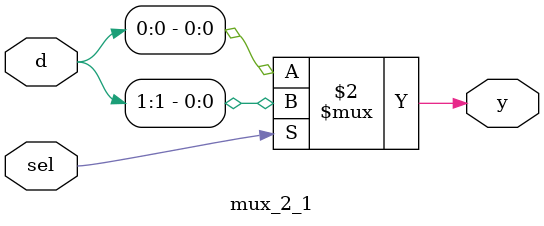
<source format=v>

module mux_2_1 (
    input  wire [1:0] d,   // d[1:0] : vetor de entradas de dados (d[0] e d[1])
    input  wire       sel, // sel    : sinal de seleção de uma das linhas de d
    output wire       y    // y      : saída única do multiplexador 2:1
);
    // Atribuição contínua que escolhe d[0] ou d[1] com base em sel.
    // Quando sel = 0, y recebe d[0]; quando sel = 1, y recebe d[1].
    assign y = (sel == 1'b0) ? d[0] : d[1];
endmodule

</source>
